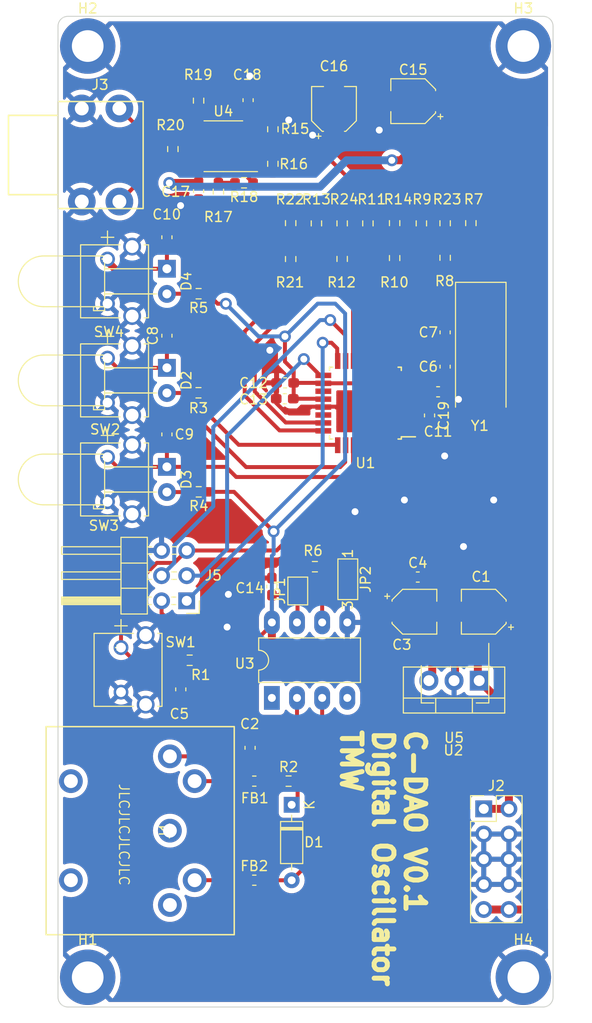
<source format=kicad_pcb>
(kicad_pcb (version 20211014) (generator pcbnew)
  (title_block (title "Customizable Digital  Audio Oscillator") (date "2022-02-23") (rev "0.1") (company "TMW / Wilho-Pekka Ilvesmäki"))
  (layers (0 "F.Cu" signal) (31 "B.Cu" signal) (34 "B.Paste" user) (35 "F.Paste" user) (36 "B.SilkS" user "B.Silkscreen") (37 "F.SilkS" user "F.Silkscreen") (38 "B.Mask" user) (39 "F.Mask" user) (44 "Edge.Cuts" user))
  (net 0 "")
  (net 1 "+12V")
  (net 2 "GND")
  (net 3 "Net-(C2-Pad1)")
  (net 4 "+5V")
  (net 5 "Net-(C6-Pad1)")
  (net 6 "Net-(C7-Pad1)")
  (net 7 "SEL_SINE")
  (net 8 "SEL_SQUARE")
  (net 9 "SEL_TRIANGLE")
  (net 10 "-12V")
  (net 11 "/MIDI_IN+")
  (net 12 "/MIDI_IN-")
  (net 13 "Net-(D2-Pad2)")
  (net 14 "Net-(D3-Pad2)")
  (net 15 "Net-(D4-Pad2)")
  (net 16 "Net-(FB1-Pad1)")
  (net 17 "Net-(FB1-Pad2)")
  (net 18 "Net-(FB2-Pad1)")
  (net 21 "Net-(J3-PadT)")
  (net 22 "MIDI_RX")
  (net 23 "DAC_1")
  (net 24 "Net-(R10-Pad2)")
  (net 25 "DAC_2")
  (net 26 "Net-(R23-Pad1)")
  (net 27 "DAC_3")
  (net 28 "DAC_4")
  (net 29 "DAC_5")
  (net 30 "DAC_6")
  (net 31 "Net-(R12-Pad2)")
  (net 32 "DAC_7")
  (net 33 "Net-(R15-Pad2)")
  (net 34 "Net-(R16-Pad2)")
  (net 35 "Net-(R17-Pad2)")
  (net 36 "Net-(R19-Pad2)")
  (net 37 "DAC_8")
  (net 38 "Net-(R21-Pad2)")
  (net 48 "Net-(JP1-Pad1)")
  (net 49 "/RST")
  (net 50 "MISO")
  (net 51 "SCK")
  (net 52 "MOSI")
  (net 53 "Net-(R11-Pad2)")
  (net 54 "Net-(JP2-Pad2)")
  (footprint "Jumper:SolderJumper-3_P1.3mm_Open_Pad1.0x1.5mm_NumberLabels" (layer "F.Cu") (at 136.271 107.823 -90)
    (fp_text reference "JP2")
    (fp_text value "SolderJumper_3_Open")
  )
  (footprint "Resistor_SMD:R_0603_1608Metric_Pad0.98x0.95mm_HandSolder" (layer "F.Cu") (at 130.5 75.5 90)
    (fp_text reference "R21")
    (fp_text value "17.4k")
  )
  (footprint "MountingHole:MountingHole_3.2mm_M3_DIN965_Pad_TopBottom" (layer "F.Cu") (at 110 148)
    (fp_text reference "H1")
    (fp_text value "MountingHole_Pad")
  )
  (footprint "Resistor_SMD:R_0603_1608Metric_Pad0.98x0.95mm_HandSolder" (layer "F.Cu") (at 130.5 71.875 90)
    (fp_text reference "R22")
    (fp_text value "17.4k")
  )
  (footprint "Resistor_SMD:R_0603_1608Metric_Pad0.98x0.95mm_HandSolder" (layer "F.Cu") (at 132.9455 106.553 180)
    (fp_text reference "R6")
    (fp_text value "270")
  )
  (footprint "Capacitor_SMD:C_0603_1608Metric_Pad1.08x0.95mm_HandSolder" (layer "F.Cu") (at 126.2 59.4625 90)
    (fp_text reference "C18")
    (fp_text value "0,1u")
  )
  (footprint "footprints:1825968-2" (layer "F.Cu") (at 112 85.5 -90)
    (fp_text reference "SW2")
    (fp_text value "SW_Push_Dual")
  )
  (footprint "Resistor_SMD:R_0603_1608Metric_Pad0.98x0.95mm_HandSolder" (layer "F.Cu") (at 133.1 71.9 90)
    (fp_text reference "R13")
    (fp_text value "17.4k")
  )
  (footprint "Resistor_SMD:R_0603_1608Metric_Pad0.98x0.95mm_HandSolder" (layer "F.Cu") (at 120.3 116 180)
    (fp_text reference "R1")
    (fp_text value "10k")
  )
  (footprint "LED_THT:LED_D5.0mm_Horizontal_O6.35mm_Z15.0mm" (layer "F.Cu") (at 118 76.48 -90)
    (fp_text reference "D4")
    (fp_text value "LED")
  )
  (footprint "MountingHole:MountingHole_3.2mm_M3_DIN965_Pad_TopBottom" (layer "F.Cu") (at 154 54)
    (fp_text reference "H3")
    (fp_text value "MountingHole_Pad")
  )
  (footprint "footprints:1825968-2" (layer "F.Cu") (at 113.3638 114.7206 -90)
    (fp_text reference "SW1")
    (fp_text value "SW_Push_Dual")
  )
  (footprint "CustomConnectors:Cliff CL13843G 3.5mm mono jack" (layer "F.Cu") (at 107 65 -90)
    (fp_text reference "J3")
    (fp_text value "AudioJack2")
  )
  (footprint "Connector_PinHeader_2.54mm:PinHeader_2x03_P2.54mm_Horizontal" (layer "F.Cu") (at 120 110 180)
    (fp_text reference "J5")
    (fp_text value "Conn_02x03_Odd_Even")
  )
  (footprint "Capacitor_SMD:C_0603_1608Metric_Pad1.08x0.95mm_HandSolder" (layer "F.Cu") (at 121.2 68.6375 -90)
    (fp_text reference "C17")
    (fp_text value "0,1u")
  )
  (footprint "Capacitor_SMD:C_0603_1608Metric_Pad1.08x0.95mm_HandSolder" (layer "F.Cu") (at 126.4 124.8375 90)
    (fp_text reference "C2")
    (fp_text value "0,1u")
  )
  (footprint "footprints:1825968-2" (layer "F.Cu") (at 112 95.5 -90)
    (fp_text reference "SW3")
    (fp_text value "SW_Push_Dual")
  )
  (footprint "MountingHole:MountingHole_3.2mm_M3_DIN965_Pad_TopBottom" (layer "F.Cu") (at 154 148)
    (fp_text reference "H4")
    (fp_text value "MountingHole_Pad")
  )
  (footprint "Connector_PinHeader_2.54mm:PinHeader_2x05_P2.54mm_Vertical" (layer "F.Cu") (at 150 131)
    (fp_text reference "J2")
    (fp_text value "Bus-connector")
  )
  (footprint "Resistor_SMD:R_0603_1608Metric_Pad0.98x0.95mm_HandSolder" (layer "F.Cu") (at 138.3 71.9 90)
    (fp_text reference "R11")
    (fp_text value "4.32k")
  )
  (footprint "Resistor_SMD:R_0603_1608Metric_Pad0.98x0.95mm_HandSolder" (layer "F.Cu") (at 130.2875 128.2)
    (fp_text reference "R2")
    (fp_text value "220")
  )
  (footprint "Resistor_SMD:R_0603_1608Metric_Pad0.98x0.95mm_HandSolder" (layer "F.Cu") (at 121.2 79 180)
    (fp_text reference "R5")
    (fp_text value "1.07k")
  )
  (footprint "Package_TO_SOT_THT:TO-220-3_Vertical" (layer "F.Cu") (at 149.54 118.055 180)
    (fp_text reference "U5")
    (fp_text value "uA7805")
  )
  (footprint "Resistor_SMD:R_0603_1608Metric_Pad0.98x0.95mm_HandSolder" (layer "F.Cu") (at 146.1 75.375 90)
    (fp_text reference "R8")
    (fp_text value "270")
  )
  (footprint "Capacitor_SMD:C_0603_1608Metric_Pad1.08x0.95mm_HandSolder" (layer "F.Cu") (at 129.9 89.6 180)
    (fp_text reference "C13")
    (fp_text value "0,1u")
  )
  (footprint "Resistor_SMD:R_0603_1608Metric_Pad0.98x0.95mm_HandSolder" (layer "F.Cu") (at 128.7 65.8875 -90)
    (fp_text reference "R16")
    (fp_text value "270")
  )
  (footprint "Resistor_SMD:R_0603_1608Metric_Pad0.98x0.95mm_HandSolder" (layer "F.Cu") (at 143.7 71.9 90)
    (fp_text reference "R9")
    (fp_text value "1.07k")
  )
  (footprint "Capacitor_SMD:CP_Elec_4x5.4" (layer "F.Cu") (at 142.875 59.563 180)
    (fp_text reference "C15")
    (fp_text value "0,22u")
  )
  (footprint "Resistor_SMD:R_0603_1608Metric_Pad0.98x0.95mm_HandSolder" (layer "F.Cu") (at 118.6 64.4 -90)
    (fp_text reference "R20")
    (fp_text value "1.07k")
  )
  (footprint "Resistor_SMD:R_0603_1608Metric_Pad0.98x0.95mm_HandSolder" (layer "F.Cu") (at 135.7 71.9 90)
    (fp_text reference "R24")
    (fp_text value "4.32k")
  )
  (footprint "Capacitor_SMD:C_0603_1608Metric_Pad1.08x0.95mm_HandSolder" (layer "F.Cu") (at 118 93.2 90)
    (fp_text reference "C9")
    (fp_text value "0.1u")
  )
  (footprint "Capacitor_SMD:C_0603_1608Metric_Pad1.08x0.95mm_HandSolder" (layer "F.Cu") (at 143.3375 107.6)
    (fp_text reference "C4")
    (fp_text value "0,1u")
  )
  (footprint "Inductor_SMD:L_0603_1608Metric_Pad1.05x0.95mm_HandSolder" (layer "F.Cu") (at 126.825 128.2)
    (fp_text reference "FB1")
    (fp_text value "1k @100MHz")
  )
  (footprint "Package_DIP:DIP-8_W7.62mm_LongPads" (layer "F.Cu") (at 128.6 119.8 90)
    (fp_text reference "U3")
    (fp_text value "6N138")
  )
  (footprint "Capacitor_SMD:C_0603_1608Metric_Pad1.08x0.95mm_HandSolder" (layer "F.Cu") (at 144.526 91.2865 -90)
    (fp_text reference "C19")
    (fp_text value "0,1u")
  )
  (footprint "LED_THT:LED_D5.0mm_Horizontal_O6.35mm_Z15.0mm" (layer "F.Cu") (at 118 86.48 -90)
    (fp_text reference "D2")
    (fp_text value "LED")
  )
  (footprint "Resistor_SMD:R_0603_1608Metric_Pad0.98x0.95mm_HandSolder" (layer "F.Cu") (at 125.7875 67.8 180)
    (fp_text reference "R18")
    (fp_text value "1.07k")
  )
  (footprint "Resistor_SMD:R_0603_1608Metric_Pad0.98x0.95mm_HandSolder" (layer "F.Cu") (at 121.1875 89 180)
    (fp_text reference "R3")
    (fp_text value "1.07k")
  )
  (footprint "Resistor_SMD:R_0603_1608Metric_Pad0.98x0.95mm_HandSolder" (layer "F.Cu") (at 123.2 68.7 90)
    (fp_text reference "R17")
    (fp_text value "1.07k")
  )
  (footprint "Capacitor_SMD:C_0603_1608Metric_Pad1.08x0.95mm_HandSolder" (layer "F.Cu") (at 145.3885 88.9)
    (fp_text reference "C11")
    (fp_text value "0,1u")
  )
  (footprint "Jumper:SolderJumper-2_P1.3mm_Open_Pad1.0x1.5mm" (layer "F.Cu") (at 131.2164 109.0064 90)
    (fp_text reference "JP1")
    (fp_text value "SolderJumper_2_Open")
  )
  (footprint "Inductor_SMD:L_0603_1608Metric_Pad1.05x0.95mm_HandSolder" (layer "F.Cu") (at 126.825 138.2)
    (fp_text reference "FB2")
    (fp_text value "1k @100MHz")
  )
  (footprint "Package_TO_SOT_SMD:SOT-223-3_TabPin2" (layer "F.Cu") (at 147.1 118.4 -90)
    (fp_text reference "U2")
    (fp_text value "L7805")
  )
  (footprint "Resistor_SMD:R_0603_1608Metric_Pad0.98x0.95mm_HandSolder" (layer "F.Cu") (at 141 71.875 90)
    (fp_text reference "R14")
    (fp_text value "1.07k")
  )
  (footprint "Capacitor_SMD:C_0603_1608Metric_Pad1.08x0.95mm_HandSolder" (layer "F.Cu") (at 146.1 82.9 -90)
    (fp_text reference "C7")
    (fp_text value "22p")
  )
  (footprint "LED_THT:LED_D5.0mm_Horizontal_O6.35mm_Z15.0mm" (layer "F.Cu") (at 118 96.48 -90)
    (fp_text reference "D3")
    (fp_text value "LED")
  )
  (footprint "Resistor_SMD:R_0603_1608Metric_Pad0.98x0.95mm_HandSolder" (layer "F.Cu") (at 148.7 71.875 90)
    (fp_text reference "R7")
    (fp_text value "270")
  )
  (footprint "MountingHole:MountingHole_3.2mm_M3_DIN965_Pad_TopBottom" (layer "F.Cu") (at 110 54)
    (fp_text reference "H2")
    (fp_text value "MountingHole_Pad")
  )
  (footprint "Resistor_SMD:R_0603_1608Metric_Pad0.98x0.95mm_HandSolder" (layer "F.Cu") (at 121.2 59.5125 -90)
    (fp_text reference "R19")
    (fp_text value "10k")
  )
  (footprint "Crystal:Crystal_SMD_HC49-SD" (layer "F.Cu") (at 149.7 84.55 -90)
    (fp_text reference "Y1")
    (fp_text value "8 Mhz")
  )
  (footprint "Diode_THT:D_DO-35_SOD27_P7.62mm_Horizontal" (layer "F.Cu") (at 130.6 130.59 -90)
    (fp_text reference "D1")
    (fp_text value "1N914")
  )
  (footprint "Capacitor_SMD:C_0603_1608Metric_Pad1.08x0.95mm_HandSolder" (layer "F.Cu") (at 128.6 108.5625 90)
    (fp_text reference "C14")
    (fp_text value "0,1u")
  )
  (footprint "Capacitor_SMD:C_0603_1608Metric_Pad1.08x0.95mm_HandSolder" (layer "F.Cu") (at 119.4 118.9375 -90)
    (fp_text reference "C5")
    (fp_text value "0.1u")
  )
  (footprint "Resistor_SMD:R_0603_1608Metric_Pad0.98x0.95mm_HandSolder" (layer "F.Cu") (at 121.2125 99 180)
    (fp_text reference "R4")
    (fp_text value "1.07k")
  )
  (footprint "Package_QFP:TQFP-32_7x7mm_P0.8mm" (layer "F.Cu") (at 138.049 90.043 180)
    (fp_text reference "U1")
    (fp_text value "ATmega328P-A")
  )
  (footprint "Resistor_SMD:R_0603_1608Metric_Pad0.98x0.95mm_HandSolder" (layer "F.Cu") (at 135.7 75.4875 90)
    (fp_text reference "R12")
    (fp_text value "4.32k")
  )
  (footprint "footprints:5-pin DIN socket vertical" (layer "F.Cu") (at 118.3 133.2 90)
    (fp_text reference "J1")
    (fp_text value "DIN-5")
  )
  (footprint "Capacitor_SMD:CP_Elec_4x5.4" (layer "F.Cu") (at 143 111.1)
    (fp_text reference "C3")
    (fp_text value "0,22u")
  )
  (footprint "Capacitor_SMD:C_0603_1608Metric_Pad1.08x0.95mm_HandSolder" (layer "F.Cu") (at 129.9375 88 180)
    (fp_text reference "C12")
    (fp_text value "0,1u")
  )
  (footprint "footprints:1825968-2" (layer "F.Cu") (at 112 75.5 -90)
    (fp_text reference "SW4")
    (fp_text value "SW_Push_Dual")
  )
  (footprint "Capacitor_SMD:C_0603_1608Metric_Pad1.08x0.95mm_HandSolder" (layer "F.Cu") (at 118 83.2375 90)
    (fp_text reference "C8")
    (fp_text value "0.1u")
  )
  (footprint "Capacitor_SMD:CP_Elec_4x5.4" (layer "F.Cu") (at 134.874 60.347 90)
    (fp_text reference "C16")
    (fp_text value "0,22u")
  )
  (footprint "Resistor_SMD:R_0603_1608Metric_Pad0.98x0.95mm_HandSolder" (layer "F.Cu") (at 146.1 71.8875 90)
    (fp_text reference "R23")
    (fp_text value "270")
  )
  (footprint "Capacitor_SMD:CP_Elec_4x5.4" (layer "F.Cu") (at 150 111.1 180)
    (fp_text reference "C1")
    (fp_text value "0,22u")
  )
  (footprint "Resistor_SMD:R_0603_1608Metric_Pad0.98x0.95mm_HandSolder" (layer "F.Cu") (at 128.7 62.4 -90)
    (fp_text reference "R15")
    (fp_text value "10k")
  )
  (footprint "Package_SO:SOIC-8_3.9x4.9mm_P1.27mm" (layer "F.Cu") (at 123.7 64.1125 180)
    (fp_text reference "U4")
    (fp_text value "RC4580")
  )
  (footprint "Capacitor_SMD:C_0603_1608Metric_Pad1.08x0.95mm_HandSolder" (layer "F.Cu") (at 146.1 86.3625 90)
    (fp_text reference "C6")
    (fp_text value "22p")
  )
  (footprint "Resistor_SMD:R_0603_1608Metric_Pad0.98x0.95mm_HandSolder" (layer "F.Cu") (at 141 75.4 90)
    (fp_text reference "R10")
    (fp_text value "1.07k")
  )
  (footprint "Capacitor_SMD:C_0603_1608Metric_Pad1.08x0.95mm_HandSolder" (layer "F.Cu") (at 118 73.3 90)
    (fp_text reference "C10")
    (fp_text value "0.1u")
  )
  (gr_arc (start 157 150) (mid 156.707107 150.707107) (end 156 151) (layer "Edge.Cuts") (width 0.1))
  (gr_arc (start 156 51) (mid 156.707107 51.292893) (end 157 52) (layer "Edge.Cuts") (width 0.1))
  (gr_arc (start 107 52) (mid 107.292893 51.292893) (end 108 51) (layer "Edge.Cuts") (width 0.1))
  (gr_line (start 156 151) (end 108 151) (layer "Edge.Cuts") (width 0.1))
  (gr_line (start 157 52) (end 157 150) (layer "Edge.Cuts") (width 0.1))
  (gr_arc (start 108 151) (mid 107.292893 150.707107) (end 107 150) (layer "Edge.Cuts") (width 0.1))
  (gr_line (start 107 150) (end 107 52) (layer "Edge.Cuts") (width 0.1))
  (gr_line (start 108 51) (end 156 51) (layer "Edge.Cuts") (width 0.1))
  (gr_text "C-DAO V0.1\nDigital Oscillator\nTMW" (at 139.827 122.809 270) (layer "F.SilkS") (effects (font (size 2 2) (thickness 0.5)) (justify left)))
  (gr_text "JLCJLCJLCJLC" (at 113.665 133.604 -90) (layer "F.SilkS") (effects (font (size 1 1) (thickness 0.125))))
  (segment (start 152.54 121.055) (end 149.54 118.055) (width 0.8) (layer "F.Cu") (net 1))
  (segment (start 121.2 67.775) (end 121.2 66.0425) (width 0.4) (layer "F.Cu") (net 1))
  (segment (start 121.2 66.0425) (end 121.225 66.0175) (width 0.4) (layer "F.Cu") (net 1))
  (segment (start 141.605 65.532) (end 140.716 65.532) (width 0.8) (layer "F.Cu") (net 1))
  (segment (start 153.162 68.05) (end 153.162 109.738) (width 0.8) (layer "F.Cu") (net 1))
  (segment (start 144.675 59.563) (end 153.162 68.05) (width 0.8) (layer "F.Cu") (net 1))
  (segment (start 149.4 115.25) (end 149.4 117.915) (width 0.8) (layer "F.Cu") (net 1))
  (segment (start 144.675 62.462) (end 141.605 65.532) (width 0.8) (layer "F.Cu") (net 1))
  (segment (start 152.54 131) (end 152.54 121.055) (width 0.8) (layer "F.Cu") (net 1))
  (segment (start 118.237 67.818) (end 121.157 67.818) (width 0.8) (layer "F.Cu") (net 1))
  (segment (start 144.675 59.563) (end 144.675 62.462) (width 0.8) (layer "F.Cu") (net 1))
  (segment (start 151.8 111.1) (end 151.8 112.85) (width 0.8) (layer "F.Cu") (net 1))
  (segment (start 150 131) (end 152.54 131) (width 0.8) (layer "F.Cu") (net 1))
  (segment (start 121.157 67.818) (end 121.2 67.775) (width 0.8) (layer "F.Cu") (net 1))
  (segment (start 153.162 109.738) (end 151.8 111.1) (width 0.8) (layer "F.Cu") (net 1))
  (segment (start 149.4 117.915) (end 149.54 118.055) (width 0.8) (layer "F.Cu") (net 1))
  (segment (start 151.8 112.85) (end 149.4 115.25) (width 0.8) (layer "F.Cu") (net 1))
  (via (at 118.237 67.818) (size 1.2) (drill 0.7) (layers "F.Cu" "B.Cu") (net 1))
  (via (at 140.716 65.532) (size 1.2) (drill 0.7) (layers "F.Cu" "B.Cu") (net 1))
  (segment (start 137.795 65.532) (end 137.16 65.532) (width 0.8) (layer "B.Cu") (net 1))
  (segment (start 137.16 65.532) (end 136.144 65.532) (width 0.8) (layer "B.Cu") (net 1))
  (segment (start 133.477 68.199) (end 118.618 68.199) (width 0.8) (layer "B.Cu") (net 1))
  (segment (start 138.176 65.532) (end 137.795 65.532) (width 0.8) (layer "B.Cu") (net 1))
  (segment (start 136.144 65.532) (end 133.477 68.199) (width 0.8) (layer "B.Cu") (net 1))
  (segment (start 140.716 65.532) (end 138.176 65.532) (width 0.8) (layer "B.Cu") (net 1))
  (segment (start 118.618 68.199) (end 118.237 67.818) (width 0.8) (layer "B.Cu") (net 1))
  (segment (start 146.1 85.5) (end 146.1 83.7625) (width 0.4) (layer "F.Cu") (net 2))
  (segment (start 147.1 112.2) (end 147.1 115.25) (width 0.8) (layer "F.Cu") (net 2))
  (segment (start 146.685 88.9) (end 147.447 89.662) (width 0.4) (layer "F.Cu") (net 2))
  (segment (start 126.2 57.188) (end 126.365 57.023) (width 0.4) (layer "F.Cu") (net 2))
  (segment (start 130 91) (end 129.0375 90.0375) (width 0.4) (layer "F.Cu") (net 2))
  (segment (start 147.1 117.955) (end 147 118.055) (width 0.8) (layer "F.Cu") (net 2))
  (segment (start 129.075 89.5625) (end 129.0375 89.6) (width 0.4) (layer "F.Cu") (net 2))
  (segment (start 147.1 113.4) (end 147.1 115.25) (width 0.8) (layer "F.Cu") (net 2))
  (segment (start 129.075 88) (end 129.075 86.657) (width 0.4) (layer "F.Cu") (net 2))
  (segment (start 147.1 115.25) (end 147.1 117.955) (width 0.8) (layer "F.Cu") (net 2))
  (segment (start 121.2 69.5) (end 119.984 69.5) (width 0.4) (layer "F.Cu") (net 2))
  (segment (start 129.075 88) (end 129.075 89.5625) (width 0.4) (layer "F.Cu") (net 2))
  (segment (start 129.075 86.657) (end 128.397 85.979) (width 0.4) (layer "F.Cu") (net 2))
  (segment (start 131 91) (end 130 91) (width 0.4) (layer "F.Cu") (net 2))
  (segment (start 148.2 111.1) (end 147.1 112.2) (width 0.8) (layer "F.Cu") (net 2))
  (segment (start 140.375978 90.4) (end 141.175978 89.6) (width 0.4) (layer "F.Cu") (net 2))
  (segment (start 128.397 85.979) (end 128.397 84.709) (width 0.4) (layer "F.Cu") (net 2))
  (segment (start 131.6 90.4) (end 131 91) (width 0.4) (layer "F.Cu") (net 2))
  (segment (start 144.8 111.1) (end 147.1 113.4) (width 0.8) (layer "F.Cu") (net 2))
  (segment (start 140.349 90.426978) (end 141.175978 89.6) (width 0.4) (layer "F.Cu") (net 2))
  (segment (start 146.251 88.9) (end 146.685 88.9) (width 0.4) (layer "F.Cu") (net 2))
  (segment (start 133.75 90.4) (end 131.6 90.4) (width 0.4) (layer "F.Cu") (net 2))
  (segment (start 133.75 90.4) (end 140.375978 90.4) (width 0.4) (layer "F.Cu") (net 2))
  (segment (start 141.175978 89.6) (end 142.25 89.6) (width 0.4) (layer "F.Cu") (net 2))
  (segment (start 142.25 91.2) (end 143.27 91.2) (width 0.4) (layer "F.Cu") (net 2))
  (segment (start 126.2 58.6) (end 126.2 57.188) (width 0.4) (layer "F.Cu") (net 2))
  (segment (start 144.399 92.329) (end 144.399 92.456) (width 0.4) (layer "F.Cu") (net 2))
  (segment (start 129.0375 90.0375) (end 129.0375 89.6) (width 0.4) (layer "F.Cu") (net 2))
  (segment (start 143.27 91.2) (end 144.399 92.329) (width 0.4) (layer "F.Cu") (net 2))
  (segment (start 119.984 69.5) (end 119.38 70.104) (width 0.4) (layer "F.Cu") (net 2))
  (via (at 124.079 112.649) (size 1.2) (drill 0.7) (layers "F.Cu" "B.Cu") (net 2))
  (via (at 124.206 109.347) (size 1.2) (drill 0.7) (layers "F.Cu" "B.Cu") (net 2))
  (via (at 130.302 61.468) (size 1.2) (drill 0.7) (layers "F.Cu" "B.Cu") (net 2))
  (via (at 147.955 104.521) (size 1.2) (drill 0.7) (layers "F.Cu" "B.Cu") (net 2))
  (via (at 139.446 62.484) (size 1.2) (drill 0.7) (layers "F.Cu" "B.Cu") (net 2))
  (via (at 126.365 57.023) (size 1.2) (drill 0.7) (layers "F.Cu" "B.Cu") (net 2))
  (via (at 128.397 84.709) (size 1.2) (drill 0.7) (layers "F.Cu" "B.Cu") (net 2))
  (via (at 147.447 89.662) (size 1.2) (drill 0.7) (layers "F.Cu" "B.Cu") (net 2))
  (via (at 146.05 95.377) (size 1.2) (drill 0.7) (layers "F.Cu" "B.Cu") (net 2))
  (via (at 119.38 70.104) (size 1.2) (drill 0.7) (layers "F.Cu" "B.Cu") (net 2))
  (via (at 141.986 99.822) (size 1.2) (drill 0.7) (layers "F.Cu" "B.Cu") (net 2))
  (via (at 132.715 62.992) (size 1.2) (drill 0.7) (layers "F.Cu" "B.Cu") (net 2))
  (via (at 137 101) (size 1.2) (drill 0.7) (layers "F.Cu" "B.Cu") (net 2))
  (via (at 151.003 99.822) (size 1.2) (drill 0.7) (layers "F.Cu" "B.Cu") (net 2))
  (segment (start 118.3 125.7) (end 126.4 125.7) (width 0.4) (layer "F.Cu") (net 3))
  (segment (start 140.621 88.043) (end 141.478 88.9) (width 0.4) (layer "F.Cu") (net 4))
  (segment (start 141.2 111.784) (end 141.2 111.1) (width 0.8) (layer "F.Cu") (net 4))
  (segment (start 141.2 111.1) (end 141.2 111.65) (width 0.8) (layer "F.Cu") (net 4))
  (segment (start 133.75 88) (end 130.8 88) (width 0.4) (layer "F.Cu") (net 4))
  (segment (start 129.794 115.062) (end 137.922 115.062) (width 0.8) (layer "F.Cu") (net 4))
  (segment (start 148.59 97.917) (end 142.475 104.032) (width 0.4) (layer "F.Cu") (net 4))
  (segment (start 122.1125 88.9875) (end 122.1125 79) (width 0.4) (layer "F.Cu") (net 4))
  (segment (start 133.799 88.043) (end 140.621 88.043) (width 0.4) (layer "F.Cu") (net 4))
  (segment (start 123.1225 80.01) (end 122.1125 79) (width 0.4) (layer "F.Cu") (net 4))
  (segment (start 128.6 112.18) (end 128.6 113.868) (width 0.8) (layer "F.Cu") (net 4))
  (segment (start 144.8 115.25) (end 144.8 117.715) (width 0.8) (layer "F.Cu") (net 4))
  (segment (start 133.75 89.6) (end 130.7625 89.6) (width 0.4) (layer "F.Cu") (net 4))
  (segment (start 129.667 107.061) (end 129.667 109.093) (width 0.4) (layer "F.Cu") (net 4))
  (segment (start 128.6 112.18) (end 128.6 109.425) (width 0.4) (layer "F.Cu") (net 4))
  (segment (start 148.59 97.917) (end 148.59 93.472) (width 0.4) (layer "F.Cu") (net 4))
  (segment (start 130.8 88) (end 130.8 86.985) (width 0.4) (layer "F.Cu") (net 4))
  (segment (start 142.475 107.6) (end 142.4 107.6) (width 0.4) (layer "F.Cu") (net 4))
  (segment (start 125 116) (end 121.2125 116) (width 0.4) (layer "F.Cu") (net 4))
  (segment (start 130.175 86.106) (end 129.921 85.852) (width 0.4) (layer "F.Cu") (net 4))
  (segment (start 128.6 112.18) (end 128.6 112.4) (width 0.4) (layer "F.Cu") (net 4))
  (segment (start 142.4 107.6) (end 141.2 108.8) (width 0.4) (layer "F.Cu") (net 4))
  (segment (start 122.1 89) (end 122.1125 88.9875) (width 0.4) (layer "F.Cu") (net 4))
  (segment (start 145.542 90.424) (end 144.526 90.424) (width 0.4) (layer "F.Cu") (net 4))
  (segment (start 132.033 106.553) (end 130.175 106.553) (width 0.4) (layer "F.Cu") (net 4))
  (segment (start 148.59 93.472) (end 145.542 90.424) (width 0.4) (layer "F.Cu") (net 4))
  (segment (start 123.2 77.9125) (end 122.1125 79) (width 0.4) (layer "F.Cu") (net 4))
  (segment (start 142.475 104.032) (end 142.475 107.6) (width 0.4) (layer "F.Cu") (net 4))
  (segment (start 137.922 115.062) (end 141.2 111.784) (width 0.8) (layer "F.Cu") (net 4))
  (segment (start 141.2 108.8) (end 141.2 111.1) (width 0.4) (layer "F.Cu") (net 4))
  (segment (start 129.921 85.852) (end 129.921 83.312) (width 0.4) (layer "F.Cu") (net 4))
  (segment (start 129.667 109.093) (end 129.335 109.425) (width 0.4) (layer "F.Cu") (net 4))
  (segment (start 130.8 86.985) (end 130.8 86.731) (width 0.4) (layer "F.Cu") (net 4))
  (segment (start 141.2 111.65) (end 144.8 115.25) (width 0.8) (layer "F.Cu") (net 4))
  (segment (start 128.6 113.868) (end 129.794 115.062) (width 0.8) (layer "F.Cu") (net 4))
  (segment (start 122.125 99) (end 124.781 99) (width 0.4) (layer "F.Cu") (net 4))
  (segment (start 117.46 111.237) (end 117.46 110) (width 0.4) (layer "F.Cu") (net 4))
  (segment (start 130.8 86.731) (end 130.175 86.106) (width 0.4) (layer "F.Cu") (net 4))
  (segment (start 130.8 89.5625) (end 130.7625 89.6) (width 0.4) (layer "F.Cu") (net 4))
  (segment (start 130.175 106.553) (end 129.667 107.061) (width 0.4) (layer "F.Cu") (net 4))
  (segment (start 142.318 90.424) (end 142.299 90.443) (width 0.4) (layer "F.Cu") (net 4))
  (segment (start 123.2 69.6125) (end 123.2 77.9125) (width 0.4) (layer "F.Cu") (net 4))
  (segment (start 144.8 117.715) (end 144.46 118.055) (width 0.8) (layer "F.Cu") (net 4))
  (segment (start 128.725 109.3) (end 128.6 109.425) (width 0.4) (layer "F.Cu") (net 4))
  (segment (start 142.299 88.843) (end 144.469 88.843) (width 0.4) (layer "F.Cu") (net 4))
  (segment (start 144.526 90.424) (end 142.318 90.424) (width 0.4) (layer "F.Cu") (net 4))
  (segment (start 121.2125 114.9895) (end 117.46 111.237) (width 0.4) (layer "F.Cu") (net 4))
  (segment (start 121.2125 116) (end 121.2125 114.9895) (width 0.4) (layer "F.Cu") (net 4))
  (segment (start 142.299 88.843) (end 142.297 88.843) (width 0.4) (layer "F.Cu") (net 4))
  (segment (start 144.469 88.843) (end 144.526 88.9) (width 0.4) (layer "F.Cu") (net 4))
  (segment (start 123.952 80.01) (end 123.1225 80.01) (width 0.4) (layer "F.Cu") (net 4))
  (segment (start 129.335 109.425) (end 128.6 109.425) (width 0.4) (layer "F.Cu") (net 4))
  (segment (start 128.6 112.4) (end 125 116) (width 0.4) (layer "F.Cu") (net 4))
  (segment (start 144.526 88.9) (end 144.526 90.424) (width 0.4) (layer "F.Cu") (net 4))
  (segment (start 130.8 88) (end 130.8 89.5625) (width 0.4) (layer "F.Cu") (net 4))
  (segment (start 124.781 99) (end 128.778 102.997) (width 0.4) (layer "F.Cu") (net 4))
  (via (at 128.778 102.997) (size 1.2) (drill 0.7) (layers "F.Cu" "B.Cu") (net 4))
  (via (at 123.952 80.01) (size 1.2) (drill 0.7) (layers "F.Cu" "B.Cu") (net 4))
  (via (at 129.921 83.312) (size 1.2) (drill 0.7) (layers "F.Cu" "B.Cu") (net 4))
  (segment (start 128.6 105.461) (end 128.6 112.18) (width 0.4) (layer "B.Cu") (net 4))
  (segment (start 136 81) (end 135 80) (width 0.4) (layer "B.Cu") (net 4))
  (segment (start 129.921 83.312) (end 127.254 83.312) (width 0.4) (layer "B.Cu") (net 4))
  (segment (start 136 95.775) (end 136 81) (width 0.4) (layer "B.Cu") (net 4))
  (segment (start 127.254 83.312) (end 123.952 80.01) (width 0.4) (layer "B.Cu") (net 4))
  (segment (start 128.778 102.997) (end 136 95.775) (width 0.4) (layer "B.Cu") (net 4))
  (segment (start 128.778 102.997) (end 128.778 105.283) (width 0.4) (layer "B.Cu") (net 4))
  (segment (start 133.233 80) (end 129.921 83.312) (width 0.4) (layer "B.Cu") (net 4))
  (segment (start 135 80) (end 133.233 80) (width 0.4) (layer "B.Cu") (net 4))
  (segment (start 128.778 105.283) (end 128.6 105.461) (width 0.4) (layer "B.Cu") (net 4))
  (segment (start 143.5 88) (end 144.275 87.225) (width 0.4) (layer "F.Cu") (net 5))
  (segment (start 144.275 87.225) (end 146.1 87.225) (width 0.4) (layer "F.Cu") (net 5))
  (segment (start 146.1 87.225) (end 148.125 87.225) (width 0.4) (layer "F.Cu") (net 5))
  (segment (start 148.125 87.225) (end 149.7 88.8) (width 0.4) (layer "F.Cu") (net 5))
  (segment (start 142.25 88) (end 143.5 88) (width 0.4) (layer "F.Cu") (net 5))
  (segment (start 146.1 82.0375) (end 147.8375 80.3) (width 0.4) (layer "F.Cu") (net 6))
  (segment (start 142.8 87.2) (end 144.5 85.5) (width 0.4) (layer "F.Cu") (net 6))
  (segment (start 142.25 87.2) (end 142.8 87.2) (width 0.4) (layer "F.Cu") (net 6))
  (segment (start 144.5 82.5) (end 144.9625 82.0375) (width 0.4) (layer "F.Cu") (net 6))
  (segment (start 144.9625 82.0375) (end 146.1 82.0375) (width 0.4) (layer "F.Cu") (net 6))
  (segment (start 147.8375 80.3) (end 149.7 80.3) (width 0.4) (layer "F.Cu") (net 6))
  (segment (start 144.5 85.5) (end 144.5 82.5) (width 0.4) (layer "F.Cu") (net 6))
  (segment (start 136 96) (end 135.5 96.5) (width 0.4) (layer "F.Cu") (net 7))
  (segment (start 117.5 91) (end 112 85.5) (width 0.4) (layer "F.Cu") (net 7))
  (segment (start 118 86.48) (end 112.98 86.48) (width 0.4) (layer "F.Cu") (net 7))
  (segment (start 126 96.5) (end 120.5 91) (width 0.4) (layer "F.Cu") (net 7))
  (segment (start 120.5 91) (end 117.5 91) (width 0.4) (layer "F.Cu") (net 7))
  (segment (start 136 94.25) (end 136 96) (width 0.4) (layer "F.Cu") (net 7))
  (segment (start 112.98 86.48) (end 112 85.5) (width 0.4) (layer "F.Cu") (net 7))
  (segment (start 118 84.1) (end 118 86.48) (width 0.4) (layer "F.Cu") (net 7))
  (segment (start 135.5 96.5) (end 126 96.5) (width 0.4) (layer "F.Cu") (net 7))
  (segment (start 125 97.5) (end 123.98 96.48) (width 0.4) (layer "F.Cu") (net 8))
  (segment (start 136.8 94.25) (end 136.8 96.7) (width 0.4) (layer "F.Cu") (net 8))
  (segment (start 112.98 96.48) (end 112 95.5) (width 0.4) (layer "F.Cu") (net 8))
  (segment (start 136 97.5) (end 125 97.5) (width 0.4) (layer "F.Cu") (net 8))
  (segment (start 136.8 96.7) (end 136 97.5) (width 0.4) (layer "F.Cu") (net 8))
  (segment (start 118 96.48) (end 112.98 96.48) (width 0.4) (layer "F.Cu") (net 8))
  (segment (start 123.98 96.48) (end 118 96.48) (width 0.4) (layer "F.Cu") (net 8))
  (segment (start 118 96.48) (end 118 94.0625) (width 0.4) (layer "F.Cu") (net 8))
  (segment (start 112.98 76.48) (end 112 75.5) (width 0.4) (layer "F.Cu") (net 9))
  (segment (start 135.2 94.25) (end 125.25 94.25) (width 0.4) (layer "F.Cu") (net 9))
  (segment (start 112 76) (end 112 75.5) (width 0.4) (layer "F.Cu") (net 9))
  (segment (start 121.21298 90.21298) (end 121.21298 83.21298) (width 0.4) (layer "F.Cu") (net 9))
  (segment (start 119 81) (end 117 81) (width 0.4) (layer "F.Cu") (net 9))
  (segment (start 118 74.1625) (end 118 76.48) (width 0.4) (layer "F.Cu") (net 9))
  (segment (start 117 81) (end 112 76) (width 0.4) (layer "F.Cu") (net 9))
  (segment (start 118 76.48) (end 112.98 76.48) (width 0.4) (layer "F.Cu") (net 9))
  (segment (start 121.21298 83.21298) (end 119 81) (width 0.4) (layer "F.Cu") (net 9))
  (segment (start 125.25 94.25) (end 121.21298 90.21298) (width 0.4) (layer "F.Cu") (net 9))
  (segment (start 134.874 56.366) (end 135.868 55.372) (width 0.8) (layer "F.Cu") (net 10))
  (segment (start 127.175 60.325) (end 128.9 58.6) (width 0.4) (layer "F.Cu") (net 10))
  (segment (start 155.575 140.425) (end 154.84 141.16) (width 0.8) (layer "F.Cu") (net 10))
  (segment (start 134.821 58.6) (end 134.874 58.547) (width 0.4) (layer "F.Cu") (net 10))
  (segment (start 128.9 58.6) (end 134.821 58.6) (width 0.4) (layer "F.Cu") (net 10))
  (segment (start 148.209 55.372) (end 155.575 62.738) (width 0.8) (layer "F.Cu") (net 10))
  (segment (start 126.175 60.35) (end 126.2 60.325) (width 0.4) (layer "F.Cu") (net 10))
  (segment (start 135.868 55.372) (end 148.209 55.372) (width 0.8) (layer "F.Cu") (net 10))
  (segment (start 152.54 141.16) (end 150 141.16) (width 0.8) (layer "F.Cu") (net 10))
  (segment (start 155.575 62.738) (end 155.575 140.425) (width 0.8) (layer "F.Cu") (net 10))
  (segment (start 126.175 62.2075) (end 126.175 60.35) (width 0.4) (layer "F.Cu") (net 10))
  (segment (start 154.84 141.16) (end 152.54 141.16) (width 0.8) (layer "F.Cu") (net 10))
  (segment (start 126.2 60.325) (end 127.175 60.325) (width 0.4) (layer "F.Cu") (net 10))
  (segment (start 134.874 56.366) (end 134.874 58.547) (width 0.8) (layer "F.Cu") (net 10))
  (segment (start 131.14 128.14) (end 131.2 128.2) (width 0.4) (layer "F.Cu") (net 11))
  (segment (start 131.2 129.99) (end 130.6 130.59) (width 0.4) (layer "F.Cu") (net 11))
  (segment (start 131.2 128.2) (end 131.2 129.99) (width 0.4) (layer "F.Cu") (net 11))
  (segment (start 131.14 119.8) (end 131.14 128.14) (width 0.4) (layer "F.Cu") (net 11))
  (segment (start 133.68 135.13) (end 130.6 138.21) (width 0.4) (layer "F.Cu") (net 12))
  (segment (start 127.71 138.21) (end 127.7 138.2) (width 0.4) (layer "F.Cu") (net 12))
  (segment (start 133.68 119.8) (end 133.68 135.13) (width 0.4) (layer "F.Cu") (net 12))
  (segment (start 130.6 138.21) (end 127.71 138.21) (width 0.4) (layer "F.Cu") (net 12))
  (segment (start 120.255 89.02) (end 120.275 89) (width 0.4) (layer "F.Cu") (net 13))
  (segment (start 118 89.02) (end 120.255 89.02) (width 0.4) (layer "F.Cu") (net 13))
  (segment (start 120.28 99.02) (end 120.3 99) (width 0.4) (layer "F.Cu") (net 14))
  (segment (start 118 99.02) (end 120.28 99.02) (width 0.4) (layer "F.Cu") (net 14))
  (segment (start 120.2875 79) (end 118.02 79) (width 0.4) (layer "F.Cu") (net 15))
  (segment (start 118.02 79) (end 118 79.02) (width 0.4) (layer "F.Cu") (net 15))
  (segment (start 125.95 128.2) (end 120.8 128.2) (width 0.4) (layer "F.Cu") (net 16))
  (segment (start 127.7 128.2) (end 129.375 128.2) (width 0.4) (layer "F.Cu") (net 17))
  (segment (start 120.8 138.2) (end 125.95 138.2) (width 0.4) (layer "F.Cu") (net 18))
  (segment (start 113.2 60.3) (end 118.2125 65.3125) (width 0.4) (layer "F.Cu") (net 21))
  (segment (start 117.5875 65.3125) (end 118.6 65.3125) (width 0.4) (layer "F.Cu") (net 21))
  (segment (start 118.2125 65.3125) (end 118.6 65.3125) (width 0.4) (layer "F.Cu") (net 21))
  (segment (start 121.225 64.7475) (end 119.165 64.7475) (width 0.4) (layer "F.Cu") (net 21))
  (segment (start 119.165 64.7475) (end 118.6 65.3125) (width 0.4) (layer "F.Cu") (net 21))
  (segment (start 113.2 69.7) (end 117.5875 65.3125) (width 0.4) (layer "F.Cu") (net 21))
  (segment (start 136.271 106.523) (end 139.2 103.594) (width 0.4) (layer "F.Cu") (net 22))
  (segment (start 136.271 106.523) (end 133.888 106.523) (width 0.4) (layer "F.Cu") (net 22))
  (segment (start 133.858 107.061) (end 133.858 106.553) (width 0.4) (layer "F.Cu") (net 22))
  (segment (start 132.491 108.428) (end 133.858 107.061) (width 0.4) (layer "F.Cu") (net 22))
  (segment (start 131.191 108.428) (end 132.491 108.428) (width 0.4) (layer "F.Cu") (net 22))
  (segment (start 139.2 103.594) (end 139.2 94.25) (width 0.4) (layer "F.Cu") (net 22))
  (segment (start 133.888 106.523) (end 133.858 106.553) (width 0.4) (layer "F.Cu") (net 22))
  (segment (start 148.7 75.8) (end 140.8 83.7) (width 0.4) (layer "F.Cu") (net 23))
  (segment (start 140.8 83.7) (end 140.8 85.75) (width 0.4) (layer "F.Cu") (net 23))
  (segment (start 148.7 72.7875) (end 148.7 75.8) (width 0.4) (layer "F.Cu") (net 23))
  (segment (start 141 72.7875) (end 141 74.4875) (width 0.4) (layer "F.Cu") (net 24))
  (segment (start 146.1 76.2875) (end 140 82.3875) (width 0.4) (layer "F.Cu") (net 25))
  (segment (start 140 82.3875) (end 140 85.75) (width 0.4) (layer "F.Cu") (net 25))
  (segment (start 146.1 72.8) (end 146.1 74.4625) (width 0.4) (layer "F.Cu") (net 26))
  (segment (start 143.7 77.3) (end 143.7 72.8125) (width 0.4) (layer "F.Cu") (net 27))
  (segment (start 139.2 85.75) (end 139.2 81.8) (width 0.4) (layer "F.Cu") (net 27))
  (segment (start 139.2 81.8) (end 143.7 77.3) (width 0.4) (layer "F.Cu") (net 27))
  (segment (start 138.4 85.75) (end 138.4 80.6) (width 0.4) (layer "F.Cu") (net 28))
  (segment (start 141 78) (end 141 76.3125) (width 0.4) (layer "F.Cu") (net 28))
  (segment (start 138.4 80.6) (end 141 78) (width 0.4) (layer "F.Cu") (net 28))
  (segment (start 137.6 85.75) (end 137.6 78.9) (width 0.4) (layer "F.Cu") (net 29))
  (segment (start 138.5 78) (end 138.5 73.0125) (width 0.4) (layer "F.Cu") (net 29))
  (segment (start 137.6 78.9) (end 138.5 78) (width 0.4) (layer "F.Cu") (net 29))
  (segment (start 138.5 73.0125) (end 138.3 72.8125) (width 0.4) (layer "F.Cu") (net 29))
  (segment (start 136.8 85.75) (end 136.8 77.5) (width 0.4) (layer "F.Cu") (net 30))
  (segment (start 136.8 77.5) (end 135.7 76.4) (width 0.4) (layer "F.Cu") (net 30))
  (segment (start 135.7 72.8125) (end 135.7 74.575) (width 0.4) (layer "F.Cu") (net 31))
  (segment (start 133.1 77.847) (end 126.873 84.074) (width 0.4) (layer "F.Cu") (net 32))
  (segment (start 133.1 72.8125) (end 133.1 77.847) (width 0.4) (layer "F.Cu") (net 32))
  (segment (start 126.873 84.074) (end 126.873 88.873882) (width 0.4) (layer "F.Cu") (net 32))
  (segment (start 126.873 88.873882) (end 129.999118 92) (width 0.4) (layer "F.Cu") (net 32))
  (segment (start 129.999118 92) (end 133.75 92) (width 0.4) (layer "F.Cu") (net 32))
  (segment (start 126.175 63.4775) (end 128.535 63.4775) (width 0.4) (layer "F.Cu") (net 33))
  (segment (start 128.535 63.4775) (end 128.7 63.3125) (width 0.4) (layer "F.Cu") (net 33))
  (segment (start 126.9575 66.8) (end 126.175 66.0175) (width 0.4) (layer "F.Cu") (net 34))
  (segment (start 128.7 66.8) (end 126.9575 66.8) (width 0.4) (layer "F.Cu") (net 34))
  (segment (start 126.175 67.275) (end 126.7 67.8) (width 0.4) (layer "F.Cu") (net 34))
  (segment (start 126.175 66.0175) (end 126.175 67.275) (width 0.4) (layer "F.Cu") (net 34))
  (segment (start 121.225 63.4775) (end 118.61 63.4775) (width 0.4) (layer "F.Cu") (net 35))
  (segment (start 124.875 67.8) (end 123.2125 67.8) (width 0.4) (layer "F.Cu") (net 35))
  (segment (start 118.61 63.4775) (end 118.6 63.4875) (width 0.4) (layer "F.Cu") (net 35))
  (segment (start 121.707138 63.4775) (end 121.729638 63.5) (width 0.4) (layer "F.Cu") (net 35))
  (segment (start 121.225 63.4775) (end 121.707138 63.4775) (width 0.4) (layer "F.Cu") (net 35))
  (segment (start 122.5 63.5) (end 123.2 64.2) (width 0.4) (layer "F.Cu") (net 35))
  (segment (start 121.729638 63.5) (end 122.5 63.5) (width 0.4) (layer "F.Cu") (net 35))
  (segment (start 123.2 64.2) (end 123.2 67.7875) (width 0.4) (layer "F.Cu") (net 35))
  (segment (start 123.2125 67.8) (end 123.2 67.7875) (width 0.4) (layer "F.Cu") (net 35))
  (segment (start 121.2 62.1825) (end 121.225 62.2075) (width 0.4) (layer "F.Cu") (net 36))
  (segment (start 121.2 60.425) (end 121.2 62.1825) (width 0.4) (layer "F.Cu") (net 36))
  (segment (start 125.857 89.281) (end 125.857 82.804) (width 0.4) (layer "F.Cu") (net 37))
  (segment (start 125.857 82.804) (end 130.683 77.978) (width 0.4) (layer "F.Cu") (net 37))
  (segment (start 133.75 92.8) (end 129.376 92.8) (width 0.4) (layer "F.Cu") (net 37))
  (segment (start 130.683 76.5955) (end 130.5 76.4125) (width 0.4) (layer "F.Cu") (net 37))
  (segment (start 130.683 77.978) (end 130.683 76.5955) (width 0.4) (layer "F.Cu") (net 37))
  (segment (start 129.376 92.8) (end 125.857 89.281) (width 0.4) (layer "F.Cu") (net 37))
  (segment (start 130.5 72.7875) (end 130.5 74.5875) (width 0.4) (layer "F.Cu") (net 38))
  (segment (start 131.191 109.728) (end 131.191 112.129) (width 0.4) (layer "F.Cu") (net 48))
  (segment (start 131.191 112.129) (end 131.14 112.18) (width 0.4) (layer "F.Cu") (net 48))
  (segment (start 138 98.5) (end 138.4 98.1) (width 0.4) (layer "F.Cu") (net 49))
  (segment (start 135.5 98.5) (end 138 98.5) (width 0.4) (layer "F.Cu") (net 49))
  (segment (start 114.6432 116) (end 119.3875 116) (width 0.4) (layer "F.Cu") (net 49))
  (segment (start 120 104.92) (end 129.08 104.92) (width 0.4) (layer "F.Cu") (net 49))
  (segment (start 116.980924 106.172) (end 118.748 106.172) (width 0.4) (layer "F.Cu") (net 49))
  (segment (start 113.3638 114.7206) (end 114.6432 116) (width 0.4) (layer "F.Cu") (net 49))
  (segment (start 113.3638 114.7206) (end 113.3638 109.789124) (width 0.4) (layer "F.Cu") (net 49))
  (segment (start 118.748 106.172) (end 120 104.92) (width 0.4) (layer "F.Cu") (net 49))
  (segment (start 119.4 116.0125) (end 119.3875 116) (width 0.4) (layer "F.Cu") (net 49))
  (segment (start 138.4 98.1) (end 138.4 94.25) (width 0.4) (layer "F.Cu") (net 49))
  (segment (start 129.08 104.92) (end 135.5 98.5) (width 0.4) (layer "F.Cu") (net 49))
  (segment (start 113.3638 109.789124) (end 116.980924 106.172) (width 0.4) (layer "F.Cu") (net 49))
  (segment (start 119.4 118.075) (end 119.4 116.0125) (width 0.4) (layer "F.Cu") (net 49))
  (segment (start 133.731 83.947) (end 134.62 83.947) (width 0.4) (layer "F.Cu") (net 50))
  (segment (start 135.2 84.527) (end 135.2 85.75) (width 0.4) (layer "F.Cu") (net 50))
  (segment (start 134.62 83.947) (end 135.2 84.527) (width 0.4) (layer "F.Cu") (net 50))
  (via (at 133.731 83.947) (size 1.2) (drill 0.7) (layers "F.Cu" "B.Cu") (net 50))
  (segment (start 120 110) (end 133.731 96.269) (width 0.4) (layer "B.Cu") (net 50))
  (segment (start 133.731 96.269) (end 133.731 83.947) (width 0.4) (layer "B.Cu") (net 50))
  (segment (start 133.428 87.2) (end 131.826 85.598) (width 0.4) (layer "F.Cu") (net 51))
  (segment (start 133.75 87.2) (end 133.428 87.2) (width 0.4) (layer "F.Cu") (net 51))
  (via (at 131.826 85.598) (size 1.2) (drill 0.7) (layers "F.Cu" "B.Cu") (net 51))
  (segment (start 124.079 104.775) (end 121.394 107.46) (width 0.4) (layer "B.Cu") (net 51))
  (segment (start 131.826 85.598) (end 124.079 93.345) (width 0.4) (layer "B.Cu") (net 51))
  (segment (start 121.394 107.46) (end 120 107.46) (width 0.4) (layer "B.Cu") (net 51))
  (segment (start 124.079 93.345) (end 124.079 104.775) (width 0.4) (layer "B.Cu") (net 51))
  (segment (start 136 85.75) (end 136 83.168) (width 0.4) (layer "F.Cu") (net 52))
  (segment (start 136 83.168) (end 134.493 81.661) (width 0.4) (layer "F.Cu") (net 52))
  (via (at 134.493 81.661) (size 1.2) (drill 0.7) (layers "F.Cu" "B.Cu") (net 52))
  (segment (start 133.477 81.661) (end 122.682 92.456) (width 0.4) (layer "B.Cu") (net 52))
  (segment (start 134.493 81.661) (end 133.477 81.661) (width 0.4) (layer "B.Cu") (net 52))
  (segment (start 118.745 106.175) (end 117.46 107.46) (width 0.4) (layer "B.Cu") (net 52))
  (segment (start 122.682 100.470924) (end 118.745 104.407924) (width 0.4) (layer "B.Cu") (net 52))
  (segment (start 122.682 92.456) (end 122.682 100.470924) (width 0.4) (layer "B.Cu") (net 52))
  (segment (start 118.745 104.407924) (end 118.745 106.175) (width 0.4) (layer "B.Cu") (net 52))
  (segment (start 130.5 70.9625) (end 130.525 70.9875) (width 0.4) (layer "F.Cu") (net 53))
  (segment (start 138.325 70.9625) (end 138.3 70.9875) (width 0.4) (layer "F.Cu") (net 53))
  (segment (start 138.3 69.3) (end 138.3 70.9875) (width 0.4) (layer "F.Cu") (net 53))
  (segment (start 128.7 64.975) (end 128.725 65) (width 0.4) (layer "F.Cu") (net 53))
  (segment (start 128.725 65) (end 134 65) (width 0.4) (layer "F.Cu") (net 53))
  (segment (start 130.525 70.9875) (end 138.3 70.9875) (width 0.4) (layer "F.Cu") (net 53))
  (segment (start 148.7 70.9625) (end 138.325 70.9625) (width 0.4) (layer "F.Cu") (net 53))
  (segment (start 128.4725 64.7475) (end 128.7 64.975) (width 0.4) (layer "F.Cu") (net 53))
  (segment (start 126.175 64.7475) (end 128.4725 64.7475) (width 0.4) (layer "F.Cu") (net 53))
  (segment (start 134 65) (end 138.3 69.3) (width 0.4) (layer "F.Cu") (net 53))
  (segment (start 136.271 107.823) (end 135.121 107.823) (width 0.4) (layer "F.Cu") (net 54))
  (segment (start 135.121 107.823) (end 133.68 109.264) (width 0.4) (layer "F.Cu") (net 54))
  (segment (start 133.68 109.264) (end 133.68 112.18) (width 0.4) (layer "F.Cu") (net 54))
  (zone (net 2) (net_name "GND") (layers F&B.Cu) (connect_pads (clearance 0.508)) (min_thickness 0.254) (fill yes (thermal_gap 0.508) (thermal_bridge_width 0.508))
    (polygon (pts (xy 157 151) (xy 107 151) (xy 107 51) (xy 157 51)))
  )
)
</source>
